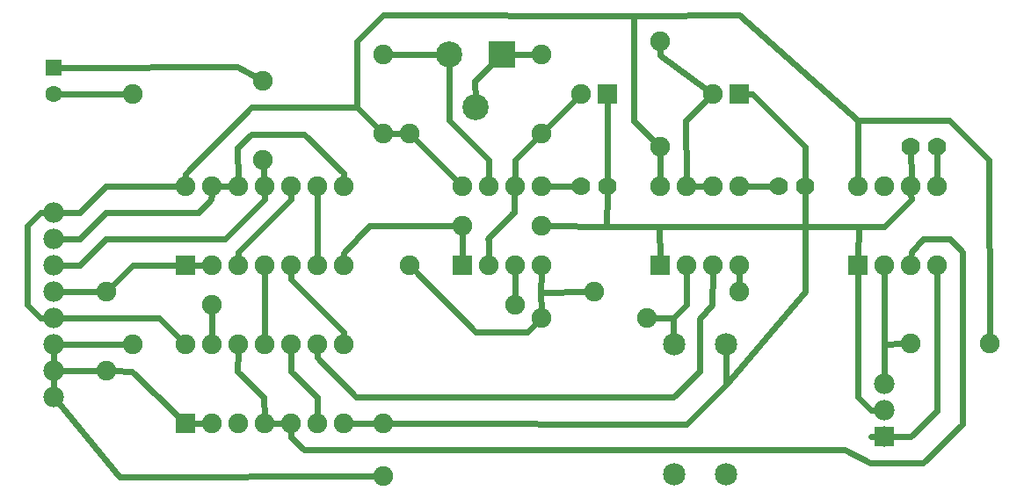
<source format=gbl>
G04 MADE WITH FRITZING*
G04 WWW.FRITZING.ORG*
G04 DOUBLE SIDED*
G04 HOLES PLATED*
G04 CONTOUR ON CENTER OF CONTOUR VECTOR*
%ASAXBY*%
%FSLAX23Y23*%
%MOIN*%
%OFA0B0*%
%SFA1.0B1.0*%
%ADD10C,0.099000*%
%ADD11C,0.075000*%
%ADD12C,0.062992*%
%ADD13C,0.085000*%
%ADD14C,0.078000*%
%ADD15C,0.070000*%
%ADD16R,0.099000X0.099000*%
%ADD17R,0.075000X0.075000*%
%ADD18R,0.062992X0.062992*%
%ADD19R,0.078000X0.078000*%
%ADD20C,0.024000*%
%ADD21R,0.001000X0.001000*%
%LNCOPPER0*%
G90*
G70*
G54D10*
X2091Y2105D03*
X2291Y2105D03*
X2191Y1905D03*
G54D11*
X1091Y705D03*
X1091Y1005D03*
X1191Y705D03*
X1191Y1005D03*
X1291Y705D03*
X1291Y1005D03*
X1391Y705D03*
X1391Y1005D03*
X1491Y705D03*
X1491Y1005D03*
X1591Y705D03*
X1591Y1005D03*
X1691Y705D03*
X1691Y1005D03*
X1091Y1305D03*
X1091Y1605D03*
X1191Y1305D03*
X1191Y1605D03*
X1291Y1305D03*
X1291Y1605D03*
X1391Y1305D03*
X1391Y1605D03*
X1491Y1305D03*
X1491Y1605D03*
X1591Y1305D03*
X1591Y1605D03*
X1691Y1305D03*
X1691Y1605D03*
X1191Y1155D03*
X2341Y1155D03*
X2641Y1205D03*
X3191Y1205D03*
X1941Y1305D03*
X1941Y1805D03*
X1841Y505D03*
X1841Y705D03*
G54D12*
X591Y2055D03*
X591Y1957D03*
G54D11*
X1386Y1705D03*
X1386Y2005D03*
X891Y1005D03*
X891Y1955D03*
G54D13*
X2945Y513D03*
X3141Y513D03*
X3141Y1005D03*
X2945Y1005D03*
G54D14*
X591Y1505D03*
X591Y1405D03*
X591Y1305D03*
X591Y1205D03*
X591Y1105D03*
X591Y1005D03*
X591Y905D03*
X591Y805D03*
G54D11*
X3641Y1305D03*
X3641Y1605D03*
X3741Y1305D03*
X3741Y1605D03*
X3841Y1305D03*
X3841Y1605D03*
X3941Y1305D03*
X3941Y1605D03*
X2891Y1305D03*
X2891Y1605D03*
X2991Y1305D03*
X2991Y1605D03*
X3091Y1305D03*
X3091Y1605D03*
X3191Y1305D03*
X3191Y1605D03*
X2141Y1305D03*
X2141Y1605D03*
X2241Y1305D03*
X2241Y1605D03*
X2341Y1305D03*
X2341Y1605D03*
X2441Y1305D03*
X2441Y1605D03*
G54D15*
X3841Y1755D03*
X3941Y1755D03*
X3442Y1605D03*
X3341Y1605D03*
X2692Y1605D03*
X2591Y1605D03*
G54D11*
X2891Y2155D03*
X2891Y1755D03*
X2441Y1105D03*
X2841Y1105D03*
X2441Y2105D03*
X2441Y1805D03*
X1841Y2105D03*
X1841Y1805D03*
X3191Y1955D03*
X3091Y1955D03*
X2691Y1955D03*
X2591Y1955D03*
X3841Y1010D03*
X4141Y1010D03*
G54D14*
X3741Y655D03*
X3741Y755D03*
X3741Y855D03*
G54D11*
X2141Y1455D03*
X2441Y1455D03*
X791Y905D03*
X791Y1205D03*
G54D16*
X2291Y2105D03*
G54D17*
X1091Y705D03*
X1091Y1305D03*
G54D18*
X591Y2055D03*
G54D17*
X3641Y1305D03*
X2891Y1305D03*
X2141Y1305D03*
X3191Y1955D03*
X2691Y1955D03*
G54D19*
X3741Y655D03*
G54D20*
X1341Y1905D02*
X1093Y1653D01*
D02*
X1093Y1653D02*
X1092Y1634D01*
D02*
X1741Y1905D02*
X1341Y1905D01*
D02*
X2241Y1706D02*
X2241Y1634D01*
D02*
X2091Y1855D02*
X2241Y1706D01*
D02*
X2091Y2073D02*
X2091Y1855D01*
D02*
X2190Y2006D02*
X2191Y1937D01*
D02*
X2269Y2083D02*
X2190Y2006D01*
D02*
X2990Y1855D02*
X3071Y1935D01*
D02*
X2991Y1634D02*
X2990Y1855D01*
D02*
X3063Y1605D02*
X3020Y1605D01*
D02*
X2891Y2104D02*
X2891Y2126D01*
D02*
X3068Y1972D02*
X2891Y2104D01*
D02*
X3643Y1855D02*
X3642Y1634D01*
D02*
X3191Y2255D02*
X3643Y1855D01*
D02*
X2390Y1054D02*
X2192Y1054D01*
D02*
X2192Y1054D02*
X1962Y1285D01*
D02*
X2421Y1085D02*
X2390Y1054D01*
D02*
X1391Y1555D02*
X1242Y1407D01*
D02*
X1391Y1576D02*
X1391Y1555D01*
D02*
X1263Y1605D02*
X1220Y1605D01*
D02*
X1341Y1804D02*
X1543Y1804D01*
D02*
X1543Y1804D02*
X1691Y1656D01*
D02*
X1691Y1656D02*
X1691Y1634D01*
D02*
X1290Y1753D02*
X1341Y1804D01*
D02*
X1291Y1634D02*
X1290Y1753D01*
D02*
X691Y1306D02*
X621Y1305D01*
D02*
X790Y1405D02*
X691Y1306D01*
D02*
X1242Y1407D02*
X790Y1405D01*
D02*
X691Y1405D02*
X621Y1405D01*
D02*
X1190Y1556D02*
X1142Y1505D01*
D02*
X790Y1505D02*
X691Y1405D01*
D02*
X1142Y1505D02*
X790Y1505D01*
D02*
X1191Y1576D02*
X1190Y1556D01*
D02*
X1120Y1305D02*
X1163Y1305D01*
D02*
X763Y1205D02*
X621Y1205D01*
D02*
X891Y1306D02*
X811Y1225D01*
D02*
X1063Y1305D02*
X891Y1306D01*
D02*
X1493Y1556D02*
X1293Y1356D01*
D02*
X1293Y1356D02*
X1292Y1334D01*
D02*
X1493Y1576D02*
X1493Y1556D01*
D02*
X1591Y1334D02*
X1591Y1576D01*
D02*
X1693Y1054D02*
X1492Y1254D01*
D02*
X1492Y1254D02*
X1492Y1276D01*
D02*
X1692Y1034D02*
X1693Y1054D01*
D02*
X1591Y955D02*
X1740Y806D01*
D02*
X3043Y904D02*
X3043Y1104D01*
D02*
X3090Y1155D02*
X3091Y1276D01*
D02*
X1740Y806D02*
X2941Y806D01*
D02*
X3043Y1104D02*
X3090Y1155D01*
D02*
X2941Y806D02*
X3043Y904D01*
D02*
X1591Y976D02*
X1591Y955D01*
D02*
X1591Y806D02*
X1493Y904D01*
D02*
X1493Y904D02*
X1492Y976D01*
D02*
X1591Y734D02*
X1591Y806D01*
D02*
X1463Y705D02*
X1420Y705D01*
D02*
X3592Y606D02*
X1542Y607D01*
D02*
X3690Y555D02*
X3592Y606D01*
D02*
X3993Y1407D02*
X4039Y1356D01*
D02*
X3890Y555D02*
X3690Y555D01*
D02*
X3890Y1407D02*
X3993Y1407D01*
D02*
X3843Y1334D02*
X3844Y1356D01*
D02*
X4039Y704D02*
X3890Y555D01*
D02*
X4039Y1356D02*
X4039Y704D01*
D02*
X3844Y1356D02*
X3890Y1407D01*
D02*
X1493Y653D02*
X1492Y676D01*
D02*
X1542Y607D02*
X1493Y653D01*
D02*
X3711Y655D02*
X3692Y655D01*
D02*
X1391Y734D02*
X1390Y805D01*
D02*
X691Y1505D02*
X790Y1605D01*
D02*
X790Y1605D02*
X1063Y1605D01*
D02*
X621Y1505D02*
X691Y1505D01*
D02*
X1391Y1276D02*
X1391Y1034D01*
D02*
X1290Y903D02*
X1291Y976D01*
D02*
X1390Y805D02*
X1290Y903D01*
D02*
X1191Y1034D02*
X1191Y1126D01*
D02*
X1813Y705D02*
X1720Y705D01*
D02*
X2991Y704D02*
X1870Y705D01*
D02*
X2440Y1204D02*
X2441Y1276D01*
D02*
X2441Y1134D02*
X2440Y1204D01*
D02*
X2341Y1184D02*
X2341Y1276D01*
D02*
X3191Y1234D02*
X3191Y1276D01*
D02*
X3141Y854D02*
X2991Y704D01*
D02*
X3443Y1453D02*
X3443Y1207D01*
D02*
X3443Y1207D02*
X3141Y854D01*
D02*
X2413Y2105D02*
X2323Y2105D01*
D02*
X2571Y1935D02*
X2462Y1825D01*
D02*
X2343Y1706D02*
X2342Y1634D01*
D02*
X2421Y1785D02*
X2343Y1706D01*
D02*
X3990Y1855D02*
X4140Y1705D01*
D02*
X4140Y1705D02*
X4141Y1039D01*
D02*
X3643Y1855D02*
X3990Y1855D01*
D02*
X3141Y854D02*
X3141Y970D01*
D02*
X493Y1155D02*
X542Y1106D01*
D02*
X493Y1455D02*
X493Y1155D01*
D02*
X542Y1106D02*
X561Y1105D01*
D02*
X542Y1505D02*
X493Y1455D01*
D02*
X561Y1505D02*
X542Y1505D01*
D02*
X991Y1105D02*
X621Y1105D01*
D02*
X1071Y1025D02*
X991Y1105D01*
D02*
X1870Y1805D02*
X1913Y1805D01*
D02*
X2121Y1625D02*
X1962Y1785D01*
D02*
X1790Y1455D02*
X1692Y1354D01*
D02*
X1692Y1354D02*
X1692Y1334D01*
D02*
X2113Y1455D02*
X1790Y1455D01*
D02*
X842Y504D02*
X1813Y505D01*
D02*
X611Y782D02*
X842Y504D01*
D02*
X3741Y1006D02*
X3813Y1009D01*
D02*
X591Y835D02*
X591Y875D01*
D02*
X591Y935D02*
X591Y975D01*
D02*
X2440Y1204D02*
X2613Y1205D01*
D02*
X2941Y1106D02*
X2870Y1105D01*
D02*
X1390Y1634D02*
X1387Y1676D01*
D02*
X1289Y2058D02*
X618Y2055D01*
D02*
X1361Y2019D02*
X1289Y2058D01*
D02*
X621Y1005D02*
X863Y1005D01*
D02*
X618Y1956D02*
X863Y1955D01*
D02*
X3241Y1956D02*
X3220Y1955D01*
D02*
X3443Y1757D02*
X3241Y1956D01*
D02*
X3442Y1631D02*
X3443Y1757D01*
D02*
X2941Y1106D02*
X2943Y1040D01*
D02*
X2992Y1155D02*
X2941Y1106D01*
D02*
X2992Y1276D02*
X2992Y1155D01*
D02*
X2565Y1605D02*
X2470Y1605D01*
D02*
X3941Y754D02*
X3941Y1276D01*
D02*
X3841Y655D02*
X3941Y754D01*
D02*
X3771Y655D02*
X3841Y655D01*
D02*
X2692Y1631D02*
X2691Y1926D01*
D02*
X3642Y1334D02*
X3644Y1453D01*
D02*
X3644Y1453D02*
X3443Y1453D01*
D02*
X2890Y1453D02*
X3443Y1453D01*
D02*
X3443Y1453D02*
X3442Y1579D01*
D02*
X2890Y1453D02*
X2891Y1334D01*
D02*
X2689Y1453D02*
X2890Y1453D01*
D02*
X3844Y1556D02*
X3741Y1453D01*
D02*
X3741Y1453D02*
X3644Y1453D01*
D02*
X3843Y1576D02*
X3844Y1556D01*
D02*
X2689Y1453D02*
X2691Y1579D01*
D02*
X2689Y1453D02*
X2470Y1455D01*
D02*
X2891Y1634D02*
X2891Y1726D01*
D02*
X2141Y1334D02*
X2141Y1426D01*
D02*
X3941Y1729D02*
X3941Y1634D01*
D02*
X2060Y2105D02*
X1870Y2105D01*
D02*
X3842Y1729D02*
X3844Y1653D01*
D02*
X3844Y1653D02*
X3843Y1634D01*
D02*
X2241Y1334D02*
X2241Y1404D01*
D02*
X3642Y805D02*
X3693Y755D01*
D02*
X3641Y1276D02*
X3642Y805D01*
D02*
X3693Y755D02*
X3711Y755D01*
D02*
X3741Y1006D02*
X3741Y1276D01*
D02*
X3741Y885D02*
X3741Y1006D01*
D02*
X2792Y2254D02*
X3191Y2255D01*
D02*
X2792Y1853D02*
X2792Y2254D01*
D02*
X1842Y2257D02*
X1742Y2156D01*
D02*
X2792Y2254D02*
X1842Y2257D01*
D02*
X2871Y1775D02*
X2792Y1853D01*
D02*
X1742Y2156D02*
X1741Y1905D01*
D02*
X1741Y1905D02*
X1821Y1825D01*
D02*
X3315Y1605D02*
X3220Y1605D01*
D02*
X763Y905D02*
X621Y905D01*
D02*
X890Y904D02*
X820Y905D01*
D02*
X1071Y725D02*
X890Y904D01*
D02*
X1120Y705D02*
X1163Y705D01*
G54D21*
X2338Y1617D02*
X2343Y1617D01*
X2336Y1616D02*
X2345Y1616D01*
X2334Y1615D02*
X2347Y1615D01*
X2333Y1614D02*
X2348Y1614D01*
X2332Y1613D02*
X2349Y1613D01*
X2331Y1612D02*
X2350Y1612D01*
X2330Y1611D02*
X2350Y1611D01*
X2330Y1610D02*
X2351Y1610D01*
X2330Y1609D02*
X2351Y1609D01*
X2329Y1608D02*
X2352Y1608D01*
X2329Y1607D02*
X2352Y1607D01*
X2329Y1606D02*
X2352Y1606D01*
X2329Y1605D02*
X2352Y1605D01*
X2329Y1604D02*
X2352Y1604D01*
X2329Y1603D02*
X2352Y1603D01*
X2329Y1602D02*
X2352Y1602D01*
X2329Y1601D02*
X2352Y1601D01*
X2329Y1600D02*
X2352Y1600D01*
X2329Y1599D02*
X2352Y1599D01*
X2329Y1598D02*
X2352Y1598D01*
X2329Y1597D02*
X2352Y1597D01*
X2329Y1596D02*
X2352Y1596D01*
X2329Y1595D02*
X2352Y1595D01*
X2329Y1594D02*
X2352Y1594D01*
X2329Y1593D02*
X2352Y1593D01*
X2329Y1592D02*
X2352Y1592D01*
X2329Y1591D02*
X2352Y1591D01*
X2329Y1590D02*
X2352Y1590D01*
X2329Y1589D02*
X2352Y1589D01*
X2329Y1588D02*
X2352Y1588D01*
X2329Y1587D02*
X2352Y1587D01*
X2329Y1586D02*
X2352Y1586D01*
X2329Y1585D02*
X2352Y1585D01*
X2329Y1584D02*
X2352Y1584D01*
X2329Y1583D02*
X2352Y1583D01*
X2329Y1582D02*
X2352Y1582D01*
X2329Y1581D02*
X2352Y1581D01*
X2329Y1580D02*
X2352Y1580D01*
X2329Y1579D02*
X2352Y1579D01*
X2329Y1578D02*
X2352Y1578D01*
X2329Y1577D02*
X2352Y1577D01*
X2329Y1576D02*
X2352Y1576D01*
X2329Y1575D02*
X2352Y1575D01*
X2329Y1574D02*
X2352Y1574D01*
X2329Y1573D02*
X2352Y1573D01*
X2329Y1572D02*
X2352Y1572D01*
X2329Y1571D02*
X2352Y1571D01*
X2329Y1570D02*
X2352Y1570D01*
X2329Y1569D02*
X2352Y1569D01*
X2329Y1568D02*
X2352Y1568D01*
X2329Y1567D02*
X2352Y1567D01*
X2329Y1566D02*
X2352Y1566D01*
X2329Y1565D02*
X2352Y1565D01*
X2329Y1564D02*
X2352Y1564D01*
X2329Y1563D02*
X2352Y1563D01*
X2329Y1562D02*
X2352Y1562D01*
X2329Y1561D02*
X2352Y1561D01*
X2329Y1560D02*
X2352Y1560D01*
X2328Y1559D02*
X2352Y1559D01*
X2328Y1558D02*
X2351Y1558D01*
X2328Y1557D02*
X2351Y1557D01*
X2328Y1556D02*
X2351Y1556D01*
X2328Y1555D02*
X2351Y1555D01*
X2328Y1554D02*
X2351Y1554D01*
X2328Y1553D02*
X2351Y1553D01*
X2328Y1552D02*
X2351Y1552D01*
X2328Y1551D02*
X2351Y1551D01*
X2328Y1550D02*
X2351Y1550D01*
X2328Y1549D02*
X2351Y1549D01*
X2328Y1548D02*
X2351Y1548D01*
X2328Y1547D02*
X2351Y1547D01*
X2328Y1546D02*
X2351Y1546D01*
X2328Y1545D02*
X2351Y1545D01*
X2328Y1544D02*
X2351Y1544D01*
X2328Y1543D02*
X2351Y1543D01*
X2328Y1542D02*
X2351Y1542D01*
X2328Y1541D02*
X2351Y1541D01*
X2328Y1540D02*
X2351Y1540D01*
X2328Y1539D02*
X2351Y1539D01*
X2328Y1538D02*
X2351Y1538D01*
X2328Y1537D02*
X2351Y1537D01*
X2328Y1536D02*
X2351Y1536D01*
X2328Y1535D02*
X2351Y1535D01*
X2328Y1534D02*
X2351Y1534D01*
X2328Y1533D02*
X2351Y1533D01*
X2328Y1532D02*
X2351Y1532D01*
X2328Y1531D02*
X2351Y1531D01*
X2328Y1530D02*
X2351Y1530D01*
X2328Y1529D02*
X2351Y1529D01*
X2328Y1528D02*
X2351Y1528D01*
X2328Y1527D02*
X2351Y1527D01*
X2328Y1526D02*
X2351Y1526D01*
X2328Y1525D02*
X2351Y1525D01*
X2328Y1524D02*
X2351Y1524D01*
X2328Y1523D02*
X2351Y1523D01*
X2328Y1522D02*
X2351Y1522D01*
X2328Y1521D02*
X2351Y1521D01*
X2328Y1520D02*
X2351Y1520D01*
X2328Y1519D02*
X2351Y1519D01*
X2328Y1518D02*
X2351Y1518D01*
X2328Y1517D02*
X2351Y1517D01*
X2328Y1516D02*
X2351Y1516D01*
X2328Y1515D02*
X2351Y1515D01*
X2328Y1514D02*
X2351Y1514D01*
X2328Y1513D02*
X2351Y1513D01*
X2328Y1512D02*
X2351Y1512D01*
X2328Y1511D02*
X2351Y1511D01*
X2327Y1510D02*
X2351Y1510D01*
X2326Y1509D02*
X2351Y1509D01*
X2325Y1508D02*
X2351Y1508D01*
X2324Y1507D02*
X2351Y1507D01*
X2323Y1506D02*
X2351Y1506D01*
X2323Y1505D02*
X2351Y1505D01*
X2322Y1504D02*
X2351Y1504D01*
X2321Y1503D02*
X2351Y1503D01*
X2320Y1502D02*
X2350Y1502D01*
X2319Y1501D02*
X2350Y1501D01*
X2318Y1500D02*
X2349Y1500D01*
X2317Y1499D02*
X2349Y1499D01*
X2316Y1498D02*
X2348Y1498D01*
X2315Y1497D02*
X2347Y1497D01*
X2314Y1496D02*
X2346Y1496D01*
X2313Y1495D02*
X2345Y1495D01*
X2312Y1494D02*
X2344Y1494D01*
X2311Y1493D02*
X2343Y1493D01*
X2310Y1492D02*
X2342Y1492D01*
X2309Y1491D02*
X2341Y1491D01*
X2308Y1490D02*
X2340Y1490D01*
X2307Y1489D02*
X2339Y1489D01*
X2306Y1488D02*
X2338Y1488D01*
X2305Y1487D02*
X2337Y1487D01*
X2304Y1486D02*
X2337Y1486D01*
X2303Y1485D02*
X2336Y1485D01*
X2302Y1484D02*
X2335Y1484D01*
X2301Y1483D02*
X2334Y1483D01*
X2300Y1482D02*
X2333Y1482D01*
X2299Y1481D02*
X2332Y1481D01*
X2298Y1480D02*
X2331Y1480D01*
X2297Y1479D02*
X2330Y1479D01*
X2296Y1478D02*
X2329Y1478D01*
X2295Y1477D02*
X2328Y1477D01*
X2294Y1476D02*
X2327Y1476D01*
X2293Y1475D02*
X2326Y1475D01*
X2292Y1474D02*
X2325Y1474D01*
X2291Y1473D02*
X2324Y1473D01*
X2290Y1472D02*
X2323Y1472D01*
X2289Y1471D02*
X2322Y1471D01*
X2288Y1470D02*
X2321Y1470D01*
X2287Y1469D02*
X2320Y1469D01*
X2286Y1468D02*
X2319Y1468D01*
X2285Y1467D02*
X2318Y1467D01*
X2284Y1466D02*
X2317Y1466D01*
X2283Y1465D02*
X2316Y1465D01*
X2282Y1464D02*
X2315Y1464D01*
X2281Y1463D02*
X2314Y1463D01*
X2280Y1462D02*
X2313Y1462D01*
X2279Y1461D02*
X2312Y1461D01*
X2278Y1460D02*
X2311Y1460D01*
X2277Y1459D02*
X2310Y1459D01*
X2277Y1458D02*
X2309Y1458D01*
X2276Y1457D02*
X2308Y1457D01*
X2275Y1456D02*
X2307Y1456D01*
X2274Y1455D02*
X2306Y1455D01*
X2273Y1454D02*
X2305Y1454D01*
X2272Y1453D02*
X2304Y1453D01*
X2271Y1452D02*
X2303Y1452D01*
X2270Y1451D02*
X2302Y1451D01*
X2269Y1450D02*
X2301Y1450D01*
X2268Y1449D02*
X2300Y1449D01*
X2267Y1448D02*
X2299Y1448D01*
X2266Y1447D02*
X2298Y1447D01*
X2265Y1446D02*
X2297Y1446D01*
X2264Y1445D02*
X2296Y1445D01*
X2263Y1444D02*
X2295Y1444D01*
X2262Y1443D02*
X2294Y1443D01*
X2261Y1442D02*
X2293Y1442D01*
X2260Y1441D02*
X2292Y1441D01*
X2259Y1440D02*
X2291Y1440D01*
X2258Y1439D02*
X2291Y1439D01*
X2257Y1438D02*
X2290Y1438D01*
X2256Y1437D02*
X2289Y1437D01*
X2255Y1436D02*
X2288Y1436D01*
X2254Y1435D02*
X2287Y1435D01*
X2253Y1434D02*
X2286Y1434D01*
X2252Y1433D02*
X2285Y1433D01*
X2251Y1432D02*
X2284Y1432D01*
X2250Y1431D02*
X2283Y1431D01*
X2249Y1430D02*
X2282Y1430D01*
X2248Y1429D02*
X2281Y1429D01*
X2247Y1428D02*
X2280Y1428D01*
X2246Y1427D02*
X2279Y1427D01*
X2245Y1426D02*
X2278Y1426D01*
X2244Y1425D02*
X2277Y1425D01*
X2243Y1424D02*
X2276Y1424D01*
X2242Y1423D02*
X2275Y1423D01*
X2241Y1422D02*
X2274Y1422D01*
X2240Y1421D02*
X2273Y1421D01*
X2239Y1420D02*
X2272Y1420D01*
X2238Y1419D02*
X2271Y1419D01*
X2237Y1418D02*
X2270Y1418D01*
X2236Y1417D02*
X2269Y1417D01*
X2235Y1416D02*
X2268Y1416D01*
X2234Y1415D02*
X2267Y1415D01*
X2233Y1414D02*
X2266Y1414D01*
X2232Y1413D02*
X2265Y1413D01*
X2232Y1412D02*
X2264Y1412D01*
X2231Y1411D02*
X2263Y1411D01*
X2230Y1410D02*
X2262Y1410D01*
X2230Y1409D02*
X2261Y1409D01*
X2230Y1408D02*
X2260Y1408D01*
X2229Y1407D02*
X2259Y1407D01*
X2229Y1406D02*
X2258Y1406D01*
X2229Y1405D02*
X2257Y1405D01*
X2229Y1404D02*
X2256Y1404D01*
X2229Y1403D02*
X2255Y1403D01*
X2229Y1402D02*
X2254Y1402D01*
X2230Y1401D02*
X2253Y1401D01*
X2230Y1400D02*
X2252Y1400D01*
X2230Y1399D02*
X2251Y1399D01*
X2231Y1398D02*
X2250Y1398D01*
X2232Y1397D02*
X2249Y1397D01*
X2233Y1396D02*
X2248Y1396D01*
X2234Y1395D02*
X2247Y1395D01*
X2235Y1394D02*
X2246Y1394D01*
X2238Y1393D02*
X2243Y1393D01*
D02*
G04 End of Copper0*
M02*
</source>
